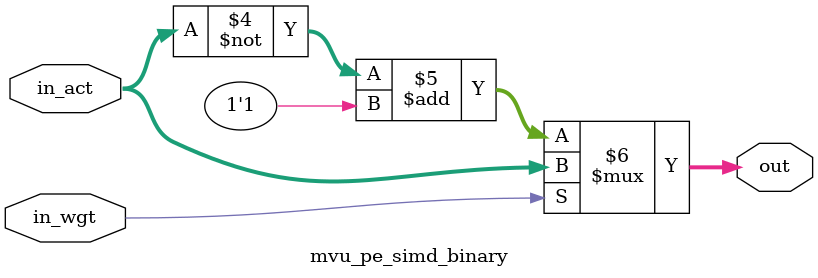
<source format=sv>
/*
 * Module: Binary input based SIMD (mvu_pe_simd_binary.sv)
 * 
 * Author(s): Syed Asad Alam <syed.asad.alam@tcd.ie>
 *
 * This file lists an RTL implementation of a SIMD unit 
 * when one of the inputs is 1-bit and the other is more than 1 bits
 * It is part of a processing element
 * which is part of the Matrix-Vector-Multiplication Unit
 * 
 * SIMD unit
 * Performs multiplication of input activation and weight
 * Two cases
 * Activation = 1 bit, Weight > 1 bit
 * Weight = 1 bit, Activation > 1 bit
 * 
 * This material is based upon work supported, in part, by Science Foundation
 * Ireland, www.sfi.ie under Grant No. 13/RC/2094 and, in part, by the 
 * European Union's Horizon 2020 research and innovation programme under the 
 * Marie Sklodowska-Curie grant agreement Grant No.754489. 
 * 
 * Inputs:
 * [TSrc-1:0] in_act - Input activation stream, word length TSrcI
 * [TW-1:0]   in_wgt - Input weight, word length TW
 * 
 * Outputs:
 * [TDstI-1:0] out   - Output stream, word length TDstI
 * 
 * Parameters:
 * TSrcI - Input word lenght
 * TW - Weight word length
 * TDstI - Output word length
 * */

`timescale 1ns/1ns

module mvu_pe_simd_binary #(
			    parameter int TSrcI=4,
			    parameter int TW=1,
			    parameter int TDstI=4)
  ( 
    input logic [TSrcI-1:0]  in_act, //Input activation
    input logic [TW-1:0]     in_wgt, //Input weight
    output logic [TDstI-1:0] out); //Output   

   logic [TW-1:0] 	     in_wgt_int;
   assign in_wgt_int = ~in_wgt;
   
   /***************************************
    * SIMD only performs multiplication
    * ************************************/
   generate
      if(TW==1) begin: WGT_1 // if weight is 1-bit
	 // Always_COMB: Binary SIMD
	 // SIMD when one of the inputs is '1' bit
	 always_comb
	   out = in_wgt==1'b1 ? in_act : ~in_act+1'b1;
	   //out = { {TDstI-TSrcI{in_wgt_int[TW-1]}}, { {TSrcI-1{in_wgt_int[TW-1]}}, in_wgt_int } ^ in_act};
//{ {TDstI-TSrcI{in_act[TSrcI-1]}}, in_act};//
	 // end
      end
   endgenerate
   
   
   generate
      if(TSrcI==1) begin: ACT_1 // if activation is 1-bit
	 always_comb
	   out = in_act==1'b1 ? in_wgt : ~in_wgt+1'b1;	 
	   //out = { {TW-1{in_act[TSrcI-1]}}, in_act } ^ in_wgt;//
      end
   endgenerate
   
endmodule // mvu_pe_simd_binary



</source>
